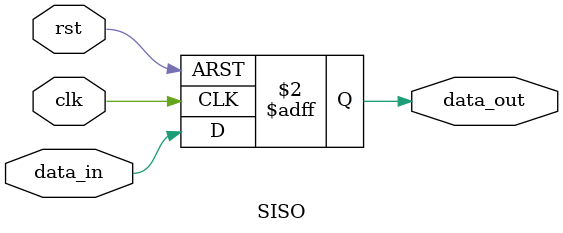
<source format=v>
module SISO #(parameter width = 4)(input clk,rst,data_in,output reg data_out);
  always@(posedge clk or posedge rst)begin
    if(rst)
      data_out<=1'b0;
    else 
      data_out<= data_in;
    
  end
endmodule

</source>
